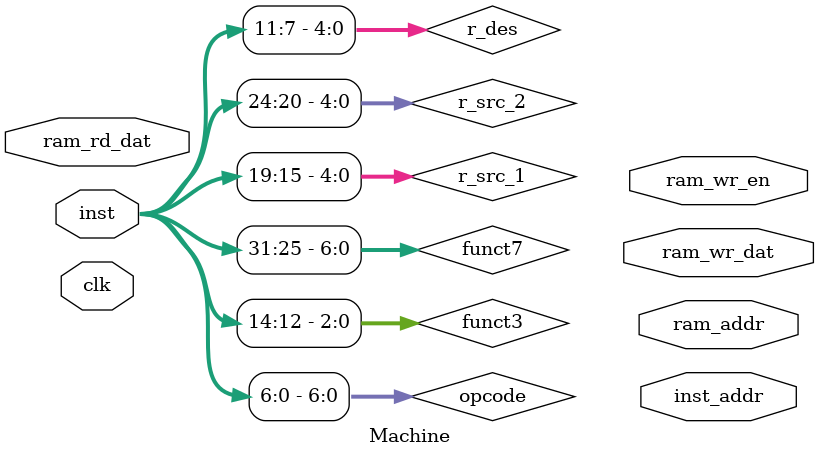
<source format=v>
module  Machine 
    #(
        parameter [6:0]     op_R        = 7'b0110011, //R型指令
        parameter [6:0]     op_I_load   = 7'b0000011, //I型指令的load类
        parameter [6:0]     op_I_jalr   = 7'b1100111, //I型指令的跳转指令
        parameter [6:0]     op_I_cal    = 7'b0010011, //I型指令的计算类指令
        parameter [6:0]     op_S        = 7'b0100011, //S型指令
        parameter [6:0]     op_B        = 7'b1100011, //B型指令
        parameter [6:0]     op_U_lui    = 7'b0110111, //U型指令的lui指令
        parameter [6:0]     op_U_auipc  = 7'b0010111, //U型指令的auipc指令
        parameter [6:0]     op_J        = 7'b1101111  //J型指令
     )
    (   input               clk,
        input [31:0]        ram_rd_dat, //从ram读来的数据
        input [31:0]        inst, //指令

        output [9:0]        ram_addr, //数据地址
        output [9:0]        inst_addr, //指令地址
        output reg [31:0]   ram_wr_dat, //写入ram的数据
        output              ram_wr_en //ram的写入信号

    );


    ///////////////////////////////////////////////////////////////////////////
	//// 先对指令进行分割，定位opcode、funct3等                               ////
	///////////////////////////////////////////////////////////////////////////
        
        wire [6:0]           opcode;
        wire [2:0]           funct3;
        wire [6:0]           funct7;
        wire [4:0]           r_src_1;
        wire [4:0]           r_src_2;
        wire [4:0]           r_des;
        reg signed [11:0]    imm;
    
    ///////////////////////////////////////////////////////////////////////////
	//// 先对opcode进行判断，看是哪一类型的指令                               ////
	///////////////////////////////////////////////////////////////////////////
        wire    is_R;
        wire    is_I_load;
        wire    is_I_jalr;
        wire    is_I_cal;
        wire    is_S;
        wire    is_B;
        wire    is_U_lui;
        wire    is_U_auipc;
        wire    is_J;

    
    ///////////////////////////////////////////////////////////////////////////
	////        再根据funct3和funct7具体判断是哪一条指令                     ////
	///////////////////////////////////////////////////////////////////////////
       
        //R型指令
            //整数指令集
        wire    is_R_add;
        wire    is_R_sub;
        wire    is_R_sll;
        wire    is_R_slt;
        wire    is_R_sltu;
        wire    is_R_xor;
        wire    is_R_srl;
        wire    is_R_sra;
        wire    is_R_or;
        wire    is_R_and;
            //乘法指令集
        wire    is_R_mul;
        wire    is_R_mulh;
        wire    is_R_mulsu;
        wire    is_R_mulu;
        wire    is_R_div;
        wire    is_R_divu;
        wire    is_R_rem;
        wire    is_R_remu;

        //I型指令
            //计算类
        wire    is_I_addi;
        wire    is_I_slli;
        wire    is_I_slti;
        wire    is_I_sltiu;
        wire    is_I_xori;
        wire    is_I_srli;
        wire    is_I_srai;
        wire    is_I_ori;
        wire    is_I_andi;
            //load类
        wire    is_I_lb;
        wire    is_I_lh;
        wire    is_I_lw;
        wire    is_I_lbu;
        wire    is_I_lhu;

            //jump类
        //wire    is_I_jalr; 独享opcode，所以前面已经定义

        //S型指令
        wire    is_S_sb;
        wire    is_S_sh;
        wire    is_S_sw;

        //B型指令
        wire    is_B_beq;
	    wire    is_B_bne;
	    wire    is_B_blt;
	    wire    is_B_bge;
	    wire    is_B_bltu;
	    wire    is_B_bgeu;

        //U型指令 （前面均已定义过）
        //wire    is_U_auipc;
        //wire    is_U_lui;

        //J型指令
        wire    is_J_jal;


    ///////////////////////////////////////////////////////////////////////////
	//// 对上述变量进行赋值                                                  ////
	///////////////////////////////////////////////////////////////////////////

        assign  opcode     = inst[6:0];
        assign  funct3     = inst[14:12];
        assign  funct7     = inst[31:25];
        assign  r_src_1    = inst[19:15];
        assign  r_src_2    = inst[24:20];
        assign  r_des      = inst[11:7]; 

    
    //指令大类判断
        assign    is_R_type     = (opcode == op_R);
        assign    is_I_load     = (opcode == op_I_load);
        assign    is_I_jalr     = (opcode == op_I_jalr);
        assign    is_I_cal      = (opcode == op_I_cal);
        assign    is_S          = (opcode == op_S);
        assign    is_B          = (opcode == op_B);
        assign    is_U_lui      = (opcode == op_U_lui);
        assign    is_U_auipc    = (opcode == op_U_auipc);
        assign    is_J          = (opcode == op_J);

    //具体指令判断
        //R型指令
            //整数指令集
        assign    is_R_add      = ((is_R_type) && (funct3 == 3'h0 && funct7 == 7'h00));
        assign    is_R_sub      = ((is_R_type) && (funct3 == 3'h0 && funct7 == 7'h20));
        assign    is_R_sll      = ((is_R_type) && (funct3 == 3'h1 && funct7 == 7'h00));
        assign    is_R_slt      = ((is_R_type) && (funct3 == 3'h2 && funct7 == 7'h00));
        assign    is_R_sltu     = ((is_R_type) && (funct3 == 3'h3 && funct7 == 7'h00));
        assign    is_R_xor      = ((is_R_type) && (funct3 == 3'h4 && funct7 == 7'h00));
        assign    is_R_srl      = ((is_R_type) && (funct3 == 3'h5 && funct7 == 7'h00));
        assign    is_R_sra      = ((is_R_type) && (funct3 == 3'h5 && funct7 == 7'h20));
        assign    is_R_or       = ((is_R_type) && (funct3 == 3'h6 && funct7 == 7'h00));
        assign    is_R_and      = ((is_R_type) && (funct3 == 3'h7 && funct7 == 7'h00));
            //乘法指令集
        assign    is_R_mul      = ((is_R_type) && (funct3 == 3'h0 && funct7 == 7'h01));
        assign    is_R_mulh     = ((is_R_type) && (funct3 == 3'h1 && funct7 == 7'h01));
        assign    is_R_mulsu    = ((is_R_type) && (funct3 == 3'h2 && funct7 == 7'h01));
        assign    is_R_mulu     = ((is_R_type) && (funct3 == 3'h3 && funct7 == 7'h01));
        assign    is_R_div      = ((is_R_type) && (funct3 == 3'h4 && funct7 == 7'h01));
        assign    is_R_divu     = ((is_R_type) && (funct3 == 3'h5 && funct7 == 7'h01));
        assign    is_R_rem      = ((is_R_type) && (funct3 == 3'h6 && funct7 == 7'h01));
        assign    is_R_remu     = ((is_R_type) && (funct3 == 3'h7 && funct7 == 7'h01));
    
        //I型指令
            //计算类
            //注：srli指令和srai指令的imm前7位固定，相当于funct7
        assign    is_I_addi 	= ((is_I_cal) && (funct3 == 3'h0));
	    assign    is_I_slli 	= ((is_I_cal) && (funct3 == 3'h1 && funct7 == 7'h00));
	    assign    is_I_slti 	= ((is_I_cal) && (funct3 == 3'h2));
	    assign    is_I_sltiu    = ((is_I_cal) && (funct3 == 3'h3));
	    assign    is_I_xori 	= ((is_I_cal) && (funct3 == 3'h4));
	    assign    is_I_srli 	= ((is_I_cal) && (funct3 == 3'h5 && funct7 == 7'h00));
	    assign    is_I_srai 	= ((is_I_cal) && (funct3 == 3'h5 && funct7 == 7'h10));
	    assign    is_I_ori      = ((is_I_cal) && (funct3 == 3'h6));
	    assign    is_I_andi 	= ((is_I_cal) && (funct3 == 3'h7));

            //load类
            //注：可能有问题，不知道需要执行load操作的是不是当前指令
        assign    is_I_lb 		= ((opcode == op_I_load) && (funct3 == 3'h0));
	    assign    is_I_lh 		= ((opcode == op_I_load) && (funct3 == 3'h1));
	    assign    is_I_lw 		= ((opcode == op_I_load) && (funct3 == 3'h2));
	    assign    is_I_lbu		= ((opcode == op_I_load) && (funct3 == 3'h4));
	    assign    is_I_lhu		= ((opcode == op_I_load) && (funct3 == 3'h5));

            //jalr 前面已赋值
        //assign    is_I_jalr     = (opcode == op_I_jalr);


        //B型指令
        assign    is_B_beq 		 = ((is_B) && (funct3 == 0));
	    assign    is_B_bne 		 = ((is_B) && (funct3 == 1));
	    assign    is_B_blt 		 = ((is_B) && (funct3 == 4));
	    assign    is_B_bge 		 = ((is_B) && (funct3 == 5));
	    assign    is_B_bltu 	 = ((is_B) && (funct3 == 6));
	    assign    is_B_bgeu 	 = ((is_B) && (funct3 == 7));

        //U型指令，前面已赋值

        //J型指令
        assign    is_J_jal       = is_J;


        //取得立即数imm

        always @(*) begin
            if(is_I_cal || is_I_load || is_I_jalr) 
                imm =   { {20{inst[31]}},inst[31:20] };
            else if(is_U_lui || is_U_auipc)
                imm =   { inst[31:12],12'b0000_0000_0000 };
            else if(is_B)
                imm =   { {19{inst[31]}},inst[7],inst[30:25],inst[11:8],1'b0 };
            else if(is_S)
                imm =   { {20{inst[31]}},inst[31:25],inst[11:7] };
            else if(is_J)
                imm =   { {11{inst[31]}},inst[31],inst[19:12],inst[20],inst[30:21],1'b0 };
        end




        
        



    
endmodule
</source>
